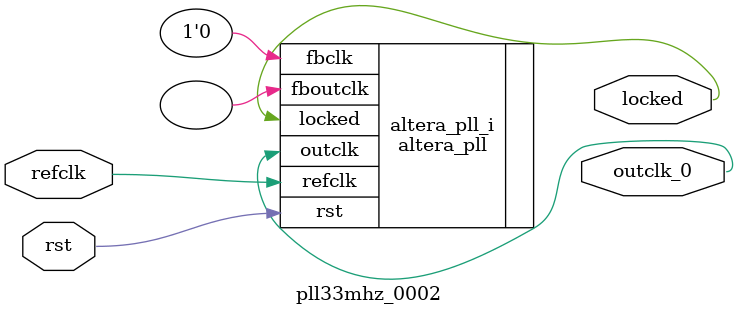
<source format=v>
`timescale 1ns/10ps
module  pll33mhz_0002(

	// interface 'refclk'
	input wire refclk,

	// interface 'reset'
	input wire rst,

	// interface 'outclk0'
	output wire outclk_0,

	// interface 'locked'
	output wire locked
);

	altera_pll #(
		.fractional_vco_multiplier("false"),
		.reference_clock_frequency("50.0 MHz"),
		.operation_mode("direct"),
		.number_of_clocks(1),
		.output_clock_frequency0("33.000000 MHz"),
		.phase_shift0("0 ps"),
		.duty_cycle0(50),
		.output_clock_frequency1("0 MHz"),
		.phase_shift1("0 ps"),
		.duty_cycle1(50),
		.output_clock_frequency2("0 MHz"),
		.phase_shift2("0 ps"),
		.duty_cycle2(50),
		.output_clock_frequency3("0 MHz"),
		.phase_shift3("0 ps"),
		.duty_cycle3(50),
		.output_clock_frequency4("0 MHz"),
		.phase_shift4("0 ps"),
		.duty_cycle4(50),
		.output_clock_frequency5("0 MHz"),
		.phase_shift5("0 ps"),
		.duty_cycle5(50),
		.output_clock_frequency6("0 MHz"),
		.phase_shift6("0 ps"),
		.duty_cycle6(50),
		.output_clock_frequency7("0 MHz"),
		.phase_shift7("0 ps"),
		.duty_cycle7(50),
		.output_clock_frequency8("0 MHz"),
		.phase_shift8("0 ps"),
		.duty_cycle8(50),
		.output_clock_frequency9("0 MHz"),
		.phase_shift9("0 ps"),
		.duty_cycle9(50),
		.output_clock_frequency10("0 MHz"),
		.phase_shift10("0 ps"),
		.duty_cycle10(50),
		.output_clock_frequency11("0 MHz"),
		.phase_shift11("0 ps"),
		.duty_cycle11(50),
		.output_clock_frequency12("0 MHz"),
		.phase_shift12("0 ps"),
		.duty_cycle12(50),
		.output_clock_frequency13("0 MHz"),
		.phase_shift13("0 ps"),
		.duty_cycle13(50),
		.output_clock_frequency14("0 MHz"),
		.phase_shift14("0 ps"),
		.duty_cycle14(50),
		.output_clock_frequency15("0 MHz"),
		.phase_shift15("0 ps"),
		.duty_cycle15(50),
		.output_clock_frequency16("0 MHz"),
		.phase_shift16("0 ps"),
		.duty_cycle16(50),
		.output_clock_frequency17("0 MHz"),
		.phase_shift17("0 ps"),
		.duty_cycle17(50),
		.pll_type("General"),
		.pll_subtype("General")
	) altera_pll_i (
		.rst	(rst),
		.outclk	({outclk_0}),
		.locked	(locked),
		.fboutclk	( ),
		.fbclk	(1'b0),
		.refclk	(refclk)
	);
endmodule


</source>
